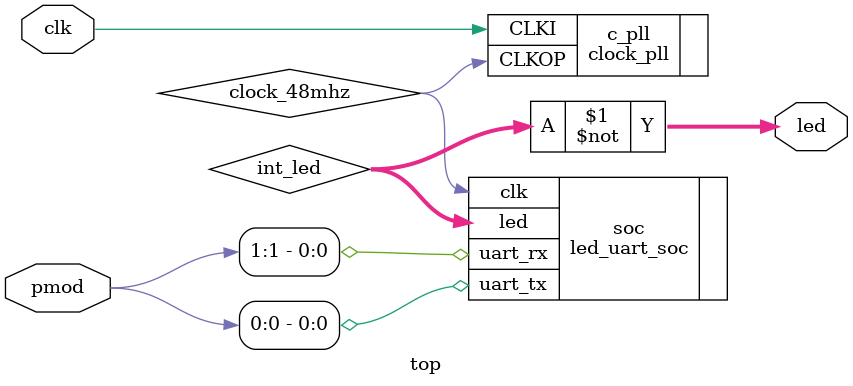
<source format=v>
module top(
    input clk,
    output [7:0] led,
    inout [7:0] pmod
);

wire clk;
wire [7:0] int_led;

wire clock_48mhz;
clock_pll c_pll (.CLKI( clk ), .CLKOP( clock_48mhz ));


led_uart_soc soc(
    .clk(clock_48mhz),
    .led(int_led),
    .uart_tx(pmod[0]),
    .uart_rx(pmod[1])
);

assign led = ~int_led;

endmodule

</source>
